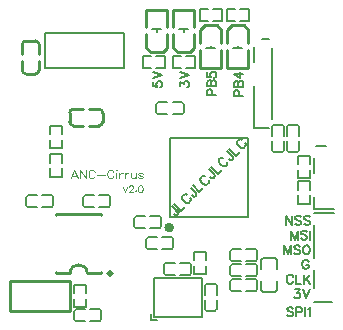
<source format=gto>
G04 Layer: TopSilkscreenLayer*
G04 EasyEDA v6.5.40, 2024-02-04 21:12:00*
G04 47bb9c72da8d420c99b3d15ae168fc4e,2e16165ee3bb4678bfb3015e44e098b9,10*
G04 Gerber Generator version 0.2*
G04 Scale: 100 percent, Rotated: No, Reflected: No *
G04 Dimensions in millimeters *
G04 leading zeros omitted , absolute positions ,4 integer and 5 decimal *
%FSLAX45Y45*%
%MOMM*%

%ADD10C,0.1500*%
%ADD11C,0.1200*%
%ADD12C,0.1000*%
%ADD13C,0.1600*%
%ADD14C,0.1750*%
%ADD15C,0.1524*%
%ADD16C,0.2540*%
%ADD17C,0.1520*%
%ADD18C,0.2030*%
%ADD19C,0.2000*%
%ADD20C,0.4000*%
%ADD21C,0.3000*%
%ADD22C,0.0154*%

%LPD*%
D10*
X2197100Y-2698750D02*
G01*
X2189988Y-2691384D01*
X2179065Y-2687828D01*
X2164588Y-2687828D01*
X2153665Y-2691384D01*
X2146300Y-2698750D01*
X2146300Y-2706115D01*
X2149856Y-2713228D01*
X2153665Y-2717037D01*
X2160777Y-2720594D01*
X2182622Y-2727960D01*
X2189988Y-2731515D01*
X2193543Y-2735071D01*
X2197100Y-2742437D01*
X2197100Y-2753360D01*
X2189988Y-2760471D01*
X2179065Y-2764281D01*
X2164588Y-2764281D01*
X2153665Y-2760471D01*
X2146300Y-2753360D01*
X2221229Y-2687828D02*
G01*
X2221229Y-2764281D01*
X2221229Y-2687828D02*
G01*
X2253995Y-2687828D01*
X2264918Y-2691384D01*
X2268474Y-2695194D01*
X2272029Y-2702305D01*
X2272029Y-2713228D01*
X2268474Y-2720594D01*
X2264918Y-2724150D01*
X2253995Y-2727960D01*
X2221229Y-2727960D01*
X2296159Y-2687828D02*
G01*
X2296159Y-2764281D01*
X2320036Y-2702305D02*
G01*
X2327402Y-2698750D01*
X2338324Y-2687828D01*
X2338324Y-2764281D01*
X2137669Y-1913128D02*
G01*
X2137669Y-1989581D01*
X2137669Y-1913128D02*
G01*
X2188469Y-1989581D01*
X2188469Y-1913128D02*
G01*
X2188469Y-1989581D01*
X2263399Y-1924050D02*
G01*
X2256287Y-1916684D01*
X2245365Y-1913128D01*
X2230633Y-1913128D01*
X2219965Y-1916684D01*
X2212599Y-1924050D01*
X2212599Y-1931415D01*
X2216155Y-1938528D01*
X2219965Y-1942337D01*
X2227077Y-1945894D01*
X2248921Y-1953260D01*
X2256287Y-1956815D01*
X2259843Y-1960371D01*
X2263399Y-1967737D01*
X2263399Y-1978660D01*
X2256287Y-1985771D01*
X2245365Y-1989581D01*
X2230633Y-1989581D01*
X2219965Y-1985771D01*
X2212599Y-1978660D01*
X2338329Y-1924050D02*
G01*
X2331217Y-1916684D01*
X2320295Y-1913128D01*
X2305563Y-1913128D01*
X2294641Y-1916684D01*
X2287529Y-1924050D01*
X2287529Y-1931415D01*
X2291085Y-1938528D01*
X2294641Y-1942337D01*
X2302007Y-1945894D01*
X2323851Y-1953260D01*
X2331217Y-1956815D01*
X2334773Y-1960371D01*
X2338329Y-1967737D01*
X2338329Y-1978660D01*
X2331217Y-1985771D01*
X2320295Y-1989581D01*
X2305563Y-1989581D01*
X2294641Y-1985771D01*
X2287529Y-1978660D01*
X2181349Y-2037587D02*
G01*
X2181349Y-2114042D01*
X2181349Y-2037587D02*
G01*
X2210559Y-2114042D01*
X2239515Y-2037587D02*
G01*
X2210559Y-2114042D01*
X2239515Y-2037587D02*
G01*
X2239515Y-2114042D01*
X2314445Y-2048510D02*
G01*
X2307079Y-2041144D01*
X2296157Y-2037587D01*
X2281679Y-2037587D01*
X2270757Y-2041144D01*
X2263645Y-2048510D01*
X2263645Y-2055876D01*
X2267201Y-2062987D01*
X2270757Y-2066797D01*
X2278123Y-2070354D01*
X2299967Y-2077720D01*
X2307079Y-2081276D01*
X2310889Y-2084831D01*
X2314445Y-2092197D01*
X2314445Y-2103120D01*
X2307079Y-2110231D01*
X2296157Y-2114042D01*
X2281679Y-2114042D01*
X2270757Y-2110231D01*
X2263645Y-2103120D01*
X2338321Y-2037587D02*
G01*
X2338321Y-2114042D01*
X2122934Y-2162047D02*
G01*
X2122934Y-2238502D01*
X2122934Y-2162047D02*
G01*
X2152144Y-2238502D01*
X2181100Y-2162047D02*
G01*
X2152144Y-2238502D01*
X2181100Y-2162047D02*
G01*
X2181100Y-2238502D01*
X2256030Y-2172970D02*
G01*
X2248664Y-2165604D01*
X2237742Y-2162047D01*
X2223264Y-2162047D01*
X2212342Y-2165604D01*
X2205230Y-2172970D01*
X2205230Y-2180336D01*
X2208786Y-2187447D01*
X2212342Y-2191257D01*
X2219708Y-2194813D01*
X2241552Y-2202179D01*
X2248664Y-2205736D01*
X2252474Y-2209292D01*
X2256030Y-2216657D01*
X2256030Y-2227579D01*
X2248664Y-2234692D01*
X2237742Y-2238502D01*
X2223264Y-2238502D01*
X2212342Y-2234692D01*
X2205230Y-2227579D01*
X2301750Y-2162047D02*
G01*
X2294638Y-2165604D01*
X2287272Y-2172970D01*
X2283716Y-2180336D01*
X2279906Y-2191257D01*
X2279906Y-2209292D01*
X2283716Y-2220213D01*
X2287272Y-2227579D01*
X2294638Y-2234692D01*
X2301750Y-2238502D01*
X2316482Y-2238502D01*
X2323594Y-2234692D01*
X2330960Y-2227579D01*
X2334516Y-2220213D01*
X2338326Y-2209292D01*
X2338326Y-2191257D01*
X2334516Y-2180336D01*
X2330960Y-2172970D01*
X2323594Y-2165604D01*
X2316482Y-2162047D01*
X2301750Y-2162047D01*
X2327909Y-2304795D02*
G01*
X2324100Y-2297429D01*
X2316988Y-2290063D01*
X2309622Y-2286507D01*
X2295143Y-2286507D01*
X2287777Y-2290063D01*
X2280665Y-2297429D01*
X2276856Y-2304795D01*
X2273300Y-2315718D01*
X2273300Y-2333752D01*
X2276856Y-2344673D01*
X2280665Y-2352039D01*
X2287777Y-2359152D01*
X2295143Y-2362962D01*
X2309622Y-2362962D01*
X2316988Y-2359152D01*
X2324100Y-2352039D01*
X2327909Y-2344673D01*
X2327909Y-2333752D01*
X2309622Y-2333752D02*
G01*
X2327909Y-2333752D01*
X2195837Y-2429255D02*
G01*
X2192027Y-2421889D01*
X2184915Y-2414523D01*
X2177549Y-2410968D01*
X2163071Y-2410968D01*
X2155705Y-2414523D01*
X2148593Y-2421889D01*
X2144783Y-2429255D01*
X2141227Y-2440178D01*
X2141227Y-2458212D01*
X2144783Y-2469134D01*
X2148593Y-2476500D01*
X2155705Y-2483612D01*
X2163071Y-2487421D01*
X2177549Y-2487421D01*
X2184915Y-2483612D01*
X2192027Y-2476500D01*
X2195837Y-2469134D01*
X2219713Y-2410968D02*
G01*
X2219713Y-2487421D01*
X2219713Y-2487421D02*
G01*
X2263401Y-2487421D01*
X2287277Y-2410968D02*
G01*
X2287277Y-2487421D01*
X2338331Y-2410968D02*
G01*
X2287277Y-2462021D01*
X2305565Y-2443734D02*
G01*
X2338331Y-2487421D01*
X2212588Y-2535428D02*
G01*
X2252466Y-2535428D01*
X2230622Y-2564637D01*
X2241544Y-2564637D01*
X2248910Y-2568194D01*
X2252466Y-2571750D01*
X2256022Y-2582671D01*
X2256022Y-2590037D01*
X2252466Y-2600960D01*
X2245100Y-2608071D01*
X2234432Y-2611881D01*
X2223510Y-2611881D01*
X2212588Y-2608071D01*
X2208778Y-2604515D01*
X2205222Y-2597404D01*
X2280152Y-2535428D02*
G01*
X2309108Y-2611881D01*
X2338318Y-2535428D02*
G01*
X2309108Y-2611881D01*
X1697225Y-896868D02*
G01*
X1773679Y-896868D01*
X1697225Y-896868D02*
G01*
X1697225Y-864102D01*
X1700781Y-853180D01*
X1704591Y-849624D01*
X1711703Y-846068D01*
X1722625Y-846068D01*
X1729991Y-849624D01*
X1733547Y-853180D01*
X1737357Y-864102D01*
X1737357Y-896868D01*
X1697225Y-821938D02*
G01*
X1773679Y-821938D01*
X1697225Y-821938D02*
G01*
X1697225Y-789172D01*
X1700781Y-778250D01*
X1704591Y-774694D01*
X1711703Y-771138D01*
X1719069Y-771138D01*
X1726435Y-774694D01*
X1729991Y-778250D01*
X1733547Y-789172D01*
X1733547Y-821938D02*
G01*
X1733547Y-789172D01*
X1737357Y-778250D01*
X1740913Y-774694D01*
X1748279Y-771138D01*
X1759201Y-771138D01*
X1766313Y-774694D01*
X1769869Y-778250D01*
X1773679Y-789172D01*
X1773679Y-821938D01*
X1697225Y-710686D02*
G01*
X1748279Y-747008D01*
X1748279Y-692398D01*
X1697225Y-710686D02*
G01*
X1773679Y-710686D01*
X1468625Y-893053D02*
G01*
X1545079Y-893053D01*
X1468625Y-893053D02*
G01*
X1468625Y-860287D01*
X1472181Y-849365D01*
X1475991Y-845809D01*
X1483103Y-842253D01*
X1494025Y-842253D01*
X1501391Y-845809D01*
X1504947Y-849365D01*
X1508757Y-860287D01*
X1508757Y-893053D01*
X1468625Y-818123D02*
G01*
X1545079Y-818123D01*
X1468625Y-818123D02*
G01*
X1468625Y-785357D01*
X1472181Y-774435D01*
X1475991Y-770879D01*
X1483103Y-767323D01*
X1490469Y-767323D01*
X1497835Y-770879D01*
X1501391Y-774435D01*
X1504947Y-785357D01*
X1504947Y-818123D02*
G01*
X1504947Y-785357D01*
X1508757Y-774435D01*
X1512313Y-770879D01*
X1519679Y-767323D01*
X1530601Y-767323D01*
X1537713Y-770879D01*
X1541269Y-774435D01*
X1545079Y-785357D01*
X1545079Y-818123D01*
X1468625Y-699505D02*
G01*
X1468625Y-736081D01*
X1501391Y-739637D01*
X1497835Y-736081D01*
X1494025Y-725159D01*
X1494025Y-714237D01*
X1497835Y-703315D01*
X1504947Y-695949D01*
X1515869Y-692393D01*
X1523235Y-692393D01*
X1534157Y-695949D01*
X1541269Y-703315D01*
X1545079Y-714237D01*
X1545079Y-725159D01*
X1541269Y-736081D01*
X1537713Y-739637D01*
X1530601Y-743193D01*
X1240025Y-818126D02*
G01*
X1240025Y-778248D01*
X1269235Y-800092D01*
X1269235Y-789170D01*
X1272791Y-781804D01*
X1276347Y-778248D01*
X1287269Y-774692D01*
X1294635Y-774692D01*
X1305557Y-778248D01*
X1312669Y-785614D01*
X1316479Y-796282D01*
X1316479Y-807204D01*
X1312669Y-818126D01*
X1309113Y-821936D01*
X1302001Y-825492D01*
X1240025Y-750562D02*
G01*
X1316479Y-721606D01*
X1240025Y-692396D02*
G01*
X1316479Y-721606D01*
X1011425Y-781804D02*
G01*
X1011425Y-818126D01*
X1044191Y-821936D01*
X1040635Y-818126D01*
X1036825Y-807204D01*
X1036825Y-796282D01*
X1040635Y-785614D01*
X1047747Y-778248D01*
X1058669Y-774692D01*
X1066035Y-774692D01*
X1076957Y-778248D01*
X1084069Y-785614D01*
X1087879Y-796282D01*
X1087879Y-807204D01*
X1084069Y-818126D01*
X1080513Y-821936D01*
X1073401Y-825492D01*
X1011425Y-750562D02*
G01*
X1087879Y-721606D01*
X1011425Y-692396D02*
G01*
X1087879Y-721606D01*
D11*
X344678Y-1524513D02*
G01*
X317500Y-1596141D01*
X344678Y-1524513D02*
G01*
X372110Y-1596141D01*
X327660Y-1572265D02*
G01*
X361695Y-1572265D01*
X394462Y-1524513D02*
G01*
X394462Y-1596141D01*
X394462Y-1524513D02*
G01*
X442213Y-1596141D01*
X442213Y-1524513D02*
G01*
X442213Y-1596141D01*
X515873Y-1541531D02*
G01*
X512571Y-1534673D01*
X505713Y-1527815D01*
X498855Y-1524513D01*
X485139Y-1524513D01*
X478281Y-1527815D01*
X471678Y-1534673D01*
X468121Y-1541531D01*
X464820Y-1551691D01*
X464820Y-1568709D01*
X468121Y-1579123D01*
X471678Y-1585981D01*
X478281Y-1592585D01*
X485139Y-1596141D01*
X498855Y-1596141D01*
X505713Y-1592585D01*
X512571Y-1585981D01*
X515873Y-1579123D01*
X538479Y-1565407D02*
G01*
X599694Y-1565407D01*
X673354Y-1541531D02*
G01*
X670052Y-1534673D01*
X663194Y-1527815D01*
X656336Y-1524513D01*
X642620Y-1524513D01*
X636015Y-1527815D01*
X629157Y-1534673D01*
X625602Y-1541531D01*
X622300Y-1551691D01*
X622300Y-1568709D01*
X625602Y-1579123D01*
X629157Y-1585981D01*
X636015Y-1592585D01*
X642620Y-1596141D01*
X656336Y-1596141D01*
X663194Y-1592585D01*
X670052Y-1585981D01*
X673354Y-1579123D01*
X695960Y-1524513D02*
G01*
X699262Y-1527815D01*
X702818Y-1524513D01*
X699262Y-1521211D01*
X695960Y-1524513D01*
X699262Y-1548389D02*
G01*
X699262Y-1596141D01*
X725170Y-1548389D02*
G01*
X725170Y-1596141D01*
X725170Y-1568709D02*
G01*
X728726Y-1558549D01*
X735329Y-1551691D01*
X742187Y-1548389D01*
X752602Y-1548389D01*
X774954Y-1548389D02*
G01*
X774954Y-1596141D01*
X774954Y-1568709D02*
G01*
X778510Y-1558549D01*
X785113Y-1551691D01*
X791971Y-1548389D01*
X802386Y-1548389D01*
X824737Y-1548389D02*
G01*
X824737Y-1582425D01*
X828294Y-1592585D01*
X834897Y-1596141D01*
X845312Y-1596141D01*
X852170Y-1592585D01*
X862329Y-1582425D01*
X862329Y-1548389D02*
G01*
X862329Y-1596141D01*
X922273Y-1558549D02*
G01*
X918971Y-1551691D01*
X908557Y-1548389D01*
X898397Y-1548389D01*
X888237Y-1551691D01*
X884681Y-1558549D01*
X888237Y-1565407D01*
X895095Y-1568709D01*
X912113Y-1572265D01*
X918971Y-1575567D01*
X922273Y-1582425D01*
X922273Y-1585981D01*
X918971Y-1592585D01*
X908557Y-1596141D01*
X898397Y-1596141D01*
X888237Y-1592585D01*
X884681Y-1585981D01*
D12*
X753620Y-1673097D02*
G01*
X769876Y-1711197D01*
X786386Y-1673097D02*
G01*
X769876Y-1711197D01*
X806960Y-1667510D02*
G01*
X806960Y-1664970D01*
X809754Y-1659381D01*
X812548Y-1656587D01*
X817882Y-1654047D01*
X828804Y-1654047D01*
X834392Y-1656587D01*
X837186Y-1659381D01*
X839726Y-1664970D01*
X839726Y-1670304D01*
X837186Y-1675892D01*
X831598Y-1684020D01*
X804420Y-1711197D01*
X842520Y-1711197D01*
X863348Y-1697481D02*
G01*
X860554Y-1700276D01*
X863348Y-1703070D01*
X865888Y-1700276D01*
X863348Y-1697481D01*
X900432Y-1654047D02*
G01*
X892050Y-1656587D01*
X886716Y-1664970D01*
X883922Y-1678431D01*
X883922Y-1686560D01*
X886716Y-1700276D01*
X892050Y-1708404D01*
X900432Y-1711197D01*
X905766Y-1711197D01*
X913894Y-1708404D01*
X919482Y-1700276D01*
X922276Y-1686560D01*
X922276Y-1678431D01*
X919482Y-1664970D01*
X913894Y-1656587D01*
X905766Y-1654047D01*
X900432Y-1654047D01*
D13*
X1173121Y-1829628D02*
G01*
X1216944Y-1873450D01*
X1222334Y-1884227D01*
X1222334Y-1889975D01*
X1219639Y-1898055D01*
X1214252Y-1903445D01*
X1205989Y-1906318D01*
X1200421Y-1906137D01*
X1189644Y-1900750D01*
X1184076Y-1895182D01*
X1191082Y-1811667D02*
G01*
X1248554Y-1869140D01*
X1248554Y-1869140D02*
G01*
X1281422Y-1836272D01*
X1296509Y-1733539D02*
G01*
X1288427Y-1730844D01*
X1277653Y-1730844D01*
X1269210Y-1733539D01*
X1258255Y-1744494D01*
X1255740Y-1752757D01*
X1255740Y-1763532D01*
X1258255Y-1771794D01*
X1263822Y-1782749D01*
X1277472Y-1796399D01*
X1288427Y-1801967D01*
X1296690Y-1804482D01*
X1307645Y-1804662D01*
X1315727Y-1801967D01*
X1326685Y-1791012D01*
X1329557Y-1782749D01*
X1329377Y-1771794D01*
X1326685Y-1763712D01*
X1328300Y-1674449D02*
G01*
X1372123Y-1718271D01*
X1377513Y-1729049D01*
X1377513Y-1734794D01*
X1374818Y-1742876D01*
X1369430Y-1748266D01*
X1361168Y-1751139D01*
X1355600Y-1750959D01*
X1344823Y-1745571D01*
X1339255Y-1740004D01*
X1346260Y-1656488D02*
G01*
X1403733Y-1713961D01*
X1403733Y-1713961D02*
G01*
X1436603Y-1681093D01*
X1451688Y-1578358D02*
G01*
X1443606Y-1575666D01*
X1432831Y-1575666D01*
X1424388Y-1578358D01*
X1413433Y-1589316D01*
X1410919Y-1597578D01*
X1410919Y-1608353D01*
X1413433Y-1616616D01*
X1419001Y-1627571D01*
X1432651Y-1641220D01*
X1443606Y-1646788D01*
X1451869Y-1649303D01*
X1462824Y-1649483D01*
X1470906Y-1646788D01*
X1481863Y-1635833D01*
X1484736Y-1627571D01*
X1484556Y-1616616D01*
X1481863Y-1608533D01*
X1483479Y-1519270D02*
G01*
X1527302Y-1563093D01*
X1532691Y-1573870D01*
X1532691Y-1579615D01*
X1529996Y-1587698D01*
X1524609Y-1593087D01*
X1516346Y-1595960D01*
X1510779Y-1595780D01*
X1500002Y-1590393D01*
X1494434Y-1584825D01*
X1501439Y-1501310D02*
G01*
X1558912Y-1558782D01*
X1558912Y-1558782D02*
G01*
X1591782Y-1525915D01*
X1606867Y-1423179D02*
G01*
X1598785Y-1420487D01*
X1588010Y-1420487D01*
X1579567Y-1423179D01*
X1568612Y-1434137D01*
X1566097Y-1442399D01*
X1566097Y-1453174D01*
X1568612Y-1461437D01*
X1574180Y-1472392D01*
X1587830Y-1486042D01*
X1598785Y-1491609D01*
X1607047Y-1494124D01*
X1618002Y-1494304D01*
X1626085Y-1491609D01*
X1637042Y-1480654D01*
X1639915Y-1472392D01*
X1639735Y-1461437D01*
X1637042Y-1453354D01*
X1638658Y-1364091D02*
G01*
X1682480Y-1407914D01*
X1687870Y-1418691D01*
X1687870Y-1424437D01*
X1685175Y-1432519D01*
X1679788Y-1437909D01*
X1671525Y-1440781D01*
X1665958Y-1440601D01*
X1655180Y-1435214D01*
X1649613Y-1429646D01*
X1656618Y-1346131D02*
G01*
X1714093Y-1403604D01*
X1714093Y-1403604D02*
G01*
X1746961Y-1370736D01*
X1762046Y-1268001D02*
G01*
X1753963Y-1265308D01*
X1743189Y-1265308D01*
X1734746Y-1268001D01*
X1723791Y-1278958D01*
X1721276Y-1287218D01*
X1721276Y-1297995D01*
X1723791Y-1306258D01*
X1729359Y-1317213D01*
X1743008Y-1330863D01*
X1753963Y-1336431D01*
X1762226Y-1338945D01*
X1773181Y-1339126D01*
X1781263Y-1336431D01*
X1792221Y-1325476D01*
X1795094Y-1317213D01*
X1794913Y-1306258D01*
X1792221Y-1298176D01*
D14*
X2539994Y-1892297D02*
G01*
X2374894Y-1892297D01*
X2374894Y-1854197D02*
G01*
X2539994Y-1854197D01*
X1930394Y-419100D02*
G01*
X1993894Y-419100D01*
X1866897Y-609600D02*
G01*
X1866897Y-482600D01*
X1866897Y-1168397D02*
G01*
X1866897Y-812797D01*
X1993894Y-1168397D02*
G01*
X1866897Y-1168397D01*
X2019294Y-495300D02*
G01*
X2019294Y-1092197D01*
X2476494Y-1320797D02*
G01*
X2387594Y-1320797D01*
X2374894Y-1549397D02*
G01*
X2374894Y-1422397D01*
X2374894Y-1854197D02*
G01*
X2374894Y-1752597D01*
X2374894Y-2641594D02*
G01*
X2527294Y-2641594D01*
X2374894Y-2374894D02*
G01*
X2374894Y-2527294D01*
X2374894Y-1993894D02*
G01*
X2374894Y-2273294D01*
D15*
X635025Y-1840555D02*
G01*
X556016Y-1840555D01*
X510773Y-1740834D02*
G01*
X431764Y-1740834D01*
X431764Y-1840555D02*
G01*
X510773Y-1840555D01*
X416524Y-1756074D02*
G01*
X416524Y-1825315D01*
X556016Y-1740834D02*
G01*
X635025Y-1740834D01*
X650265Y-1756074D02*
G01*
X650265Y-1825315D01*
X-50830Y-1740837D02*
G01*
X28178Y-1740837D01*
X73421Y-1840557D02*
G01*
X152430Y-1840557D01*
X152430Y-1740837D02*
G01*
X73421Y-1740837D01*
X167670Y-1825317D02*
G01*
X167670Y-1756077D01*
X28178Y-1840557D02*
G01*
X-50830Y-1840557D01*
X-66070Y-1825317D02*
G01*
X-66070Y-1756077D01*
X558830Y-2805755D02*
G01*
X479821Y-2805755D01*
X434578Y-2706034D02*
G01*
X355569Y-2706034D01*
X355569Y-2805755D02*
G01*
X434578Y-2805755D01*
X340329Y-2721274D02*
G01*
X340329Y-2790515D01*
X479821Y-2706034D02*
G01*
X558830Y-2706034D01*
X574070Y-2721274D02*
G01*
X574070Y-2790515D01*
X1257327Y-1053157D02*
G01*
X1178318Y-1053157D01*
X1133076Y-953437D02*
G01*
X1054066Y-953437D01*
X1054066Y-1053157D02*
G01*
X1133076Y-1053157D01*
X1038826Y-968677D02*
G01*
X1038826Y-1037917D01*
X1178318Y-953437D02*
G01*
X1257327Y-953437D01*
X1272567Y-968677D02*
G01*
X1272567Y-1037917D01*
X2020237Y-1358927D02*
G01*
X2020237Y-1279918D01*
X2119957Y-1234676D02*
G01*
X2119957Y-1155666D01*
X2020237Y-1155666D02*
G01*
X2020237Y-1234676D01*
X2104717Y-1140426D02*
G01*
X2035477Y-1140426D01*
X2119957Y-1279918D02*
G01*
X2119957Y-1358927D01*
X2104717Y-1374167D02*
G01*
X2035477Y-1374167D01*
X1066825Y-2018352D02*
G01*
X987816Y-2018352D01*
X942573Y-1918632D02*
G01*
X863564Y-1918632D01*
X863564Y-2018352D02*
G01*
X942573Y-2018352D01*
X848324Y-1933872D02*
G01*
X848324Y-2003112D01*
X987816Y-1918632D02*
G01*
X1066825Y-1918632D01*
X1082065Y-1933872D02*
G01*
X1082065Y-2003112D01*
X965164Y-2096432D02*
G01*
X1044173Y-2096432D01*
X1089416Y-2196152D02*
G01*
X1168425Y-2196152D01*
X1168425Y-2096432D02*
G01*
X1089416Y-2096432D01*
X1183665Y-2180912D02*
G01*
X1183665Y-2111672D01*
X1044173Y-2196152D02*
G01*
X965164Y-2196152D01*
X949924Y-2180912D02*
G01*
X949924Y-2111672D01*
X1879622Y-2325032D02*
G01*
X1800613Y-2325032D01*
X1800613Y-2424752D02*
G01*
X1879622Y-2424752D01*
X1894862Y-2409512D02*
G01*
X1894862Y-2340272D01*
X1676361Y-2325032D02*
G01*
X1755371Y-2325032D01*
X1755371Y-2424752D02*
G01*
X1676361Y-2424752D01*
X1661121Y-2409512D02*
G01*
X1661121Y-2340272D01*
X1879622Y-2452032D02*
G01*
X1800613Y-2452032D01*
X1800613Y-2551752D02*
G01*
X1879622Y-2551752D01*
X1894862Y-2536512D02*
G01*
X1894862Y-2467272D01*
X1676361Y-2452032D02*
G01*
X1755371Y-2452032D01*
X1755371Y-2551752D02*
G01*
X1676361Y-2551752D01*
X1661121Y-2536512D02*
G01*
X1661121Y-2467272D01*
X1117566Y-2412055D02*
G01*
X1196576Y-2412055D01*
X1196576Y-2312334D02*
G01*
X1117566Y-2312334D01*
X1102326Y-2327574D02*
G01*
X1102326Y-2396815D01*
X1320827Y-2412055D02*
G01*
X1241818Y-2412055D01*
X1241818Y-2312334D02*
G01*
X1320827Y-2312334D01*
X1336067Y-2327574D02*
G01*
X1336067Y-2396815D01*
X1548457Y-2705125D02*
G01*
X1548457Y-2626116D01*
X1448737Y-2626116D02*
G01*
X1448737Y-2705125D01*
X1463977Y-2720365D02*
G01*
X1533217Y-2720365D01*
X1548457Y-2501864D02*
G01*
X1548457Y-2580873D01*
X1448737Y-2580873D02*
G01*
X1448737Y-2501864D01*
X1463977Y-2486624D02*
G01*
X1533217Y-2486624D01*
X1879622Y-2198032D02*
G01*
X1800613Y-2198032D01*
X1800613Y-2297752D02*
G01*
X1879622Y-2297752D01*
X1894862Y-2282512D02*
G01*
X1894862Y-2213272D01*
X1676361Y-2198032D02*
G01*
X1755371Y-2198032D01*
X1755371Y-2297752D02*
G01*
X1676361Y-2297752D01*
X1661121Y-2282512D02*
G01*
X1661121Y-2213272D01*
X2147237Y-1155666D02*
G01*
X2147237Y-1234676D01*
X2246957Y-1234676D02*
G01*
X2246957Y-1155666D01*
X2231717Y-1140426D02*
G01*
X2162477Y-1140426D01*
X2147237Y-1358927D02*
G01*
X2147237Y-1279918D01*
X2246957Y-1279918D02*
G01*
X2246957Y-1358927D01*
X2231717Y-1374167D02*
G01*
X2162477Y-1374167D01*
D16*
X-65379Y-432495D02*
G01*
X14622Y-432495D01*
X-96365Y-543471D02*
G01*
X-96365Y-463473D01*
X45600Y-543471D02*
G01*
X45600Y-463473D01*
X-96946Y-601060D02*
G01*
X-96946Y-681060D01*
X-65963Y-712043D02*
G01*
X14033Y-712043D01*
X45013Y-601060D02*
G01*
X45013Y-681060D01*
X583496Y-1039517D02*
G01*
X583496Y-1119520D01*
X472521Y-1008532D02*
G01*
X552518Y-1008532D01*
X472521Y-1150498D02*
G01*
X552518Y-1150498D01*
X414931Y-1007950D02*
G01*
X334932Y-1007950D01*
X303949Y-1038933D02*
G01*
X303949Y-1118930D01*
X414931Y-1149911D02*
G01*
X334932Y-1149911D01*
X304800Y-2717794D02*
G01*
X-203200Y-2717794D01*
X-203200Y-2463794D01*
X304800Y-2463794D01*
X304800Y-2717794D01*
D17*
X1928756Y-2285824D02*
G01*
X1928756Y-2362024D01*
X1928756Y-2538826D02*
G01*
X1928756Y-2462626D01*
X2060877Y-2538826D02*
G01*
X2060877Y-2462626D01*
D15*
X2060877Y-2538826D02*
G01*
X2045634Y-2554056D01*
X1943991Y-2554056D01*
X1928756Y-2538826D01*
D17*
X2060877Y-2285824D02*
G01*
X2060877Y-2362024D01*
D15*
X1928756Y-2285824D02*
G01*
X1943991Y-2270582D01*
X2045634Y-2270582D01*
X2060877Y-2285824D01*
D16*
X1640837Y-659129D02*
G01*
X1813557Y-659129D01*
X1813557Y-659129D02*
G01*
X1813557Y-511810D01*
X1640837Y-659129D02*
G01*
X1640837Y-511810D01*
X1813557Y-453389D02*
G01*
X1813557Y-336550D01*
X1640837Y-450850D02*
G01*
X1640837Y-336550D01*
X1640837Y-336550D02*
G01*
X1676397Y-300989D01*
X1777997Y-300989D01*
X1813557Y-336550D01*
D18*
X1686557Y-490220D02*
G01*
X1765297Y-490220D01*
X1726402Y-490220D02*
G01*
X1726402Y-472683D01*
D16*
X1412237Y-659129D02*
G01*
X1584957Y-659129D01*
X1584957Y-659129D02*
G01*
X1584957Y-511810D01*
X1412237Y-659129D02*
G01*
X1412237Y-511810D01*
X1584957Y-453389D02*
G01*
X1584957Y-336550D01*
X1412237Y-450850D02*
G01*
X1412237Y-336550D01*
X1412237Y-336550D02*
G01*
X1447797Y-300989D01*
X1549397Y-300989D01*
X1584957Y-336550D01*
D18*
X1457957Y-490220D02*
G01*
X1536697Y-490220D01*
X1497802Y-490220D02*
G01*
X1497802Y-472683D01*
D16*
X530997Y-2396291D02*
G01*
X453654Y-2396291D01*
X230997Y-2396291D02*
G01*
X308368Y-2396291D01*
X230997Y-2396291D02*
G01*
X190497Y-2396291D01*
X190497Y-2387150D01*
X530997Y-1896292D02*
G01*
X571497Y-1896292D01*
X571497Y-1905434D01*
X530997Y-2396291D02*
G01*
X571497Y-2396291D01*
X571497Y-2387150D01*
X230997Y-1896292D02*
G01*
X190497Y-1896292D01*
X190497Y-1905434D01*
X230997Y-1896292D02*
G01*
X530997Y-1896292D01*
X1127754Y-166367D02*
G01*
X955034Y-166367D01*
X955034Y-166367D02*
G01*
X955034Y-313687D01*
X1127754Y-166367D02*
G01*
X1127754Y-313687D01*
X955034Y-372107D02*
G01*
X955034Y-488947D01*
X1127754Y-374647D02*
G01*
X1127754Y-488947D01*
X1127754Y-488947D02*
G01*
X1092194Y-524507D01*
X990594Y-524507D01*
X955034Y-488947D01*
D18*
X1082034Y-335277D02*
G01*
X1003294Y-335277D01*
X1042189Y-335277D02*
G01*
X1042189Y-352813D01*
D16*
X1356354Y-166367D02*
G01*
X1183634Y-166367D01*
X1183634Y-166367D02*
G01*
X1183634Y-313687D01*
X1356354Y-166367D02*
G01*
X1356354Y-313687D01*
X1183634Y-372107D02*
G01*
X1183634Y-488947D01*
X1356354Y-374647D02*
G01*
X1356354Y-488947D01*
X1356354Y-488947D02*
G01*
X1320794Y-524507D01*
X1219194Y-524507D01*
X1183634Y-488947D01*
D18*
X1310634Y-335277D02*
G01*
X1231894Y-335277D01*
X1270789Y-335277D02*
G01*
X1270789Y-352813D01*
D15*
X993376Y-659460D02*
G01*
X921572Y-659460D01*
X921572Y-559739D01*
X993376Y-559739D01*
X1038618Y-659460D02*
G01*
X1110421Y-659460D01*
X1110421Y-559739D01*
X1038618Y-559739D01*
X1292618Y-559739D02*
G01*
X1364421Y-559739D01*
X1364421Y-659460D01*
X1292618Y-659460D01*
X1247376Y-559739D02*
G01*
X1175572Y-559739D01*
X1175572Y-659460D01*
X1247376Y-659460D01*
X1749818Y-166039D02*
G01*
X1821621Y-166039D01*
X1821621Y-265760D01*
X1749818Y-265760D01*
X1704576Y-166039D02*
G01*
X1632772Y-166039D01*
X1632772Y-265760D01*
X1704576Y-265760D01*
X1475976Y-265760D02*
G01*
X1404172Y-265760D01*
X1404172Y-166039D01*
X1475976Y-166039D01*
X1521218Y-265760D02*
G01*
X1593021Y-265760D01*
X1593021Y-166039D01*
X1521218Y-166039D01*
X443560Y-2613416D02*
G01*
X443560Y-2685219D01*
X343839Y-2685219D01*
X343839Y-2613416D01*
X443560Y-2568173D02*
G01*
X443560Y-2496370D01*
X343839Y-2496370D01*
X343839Y-2568173D01*
X240357Y-1508516D02*
G01*
X240357Y-1580319D01*
X140637Y-1580319D01*
X140637Y-1508516D01*
X240357Y-1463273D02*
G01*
X240357Y-1391470D01*
X140637Y-1391470D01*
X140637Y-1463273D01*
X140637Y-1221973D02*
G01*
X140637Y-1150170D01*
X240357Y-1150170D01*
X240357Y-1221973D01*
X140637Y-1267216D02*
G01*
X140637Y-1339019D01*
X240357Y-1339019D01*
X240357Y-1267216D01*
X2236134Y-1475976D02*
G01*
X2236134Y-1404172D01*
X2335855Y-1404172D01*
X2335855Y-1475976D01*
X2236134Y-1521218D02*
G01*
X2236134Y-1593021D01*
X2335855Y-1593021D01*
X2335855Y-1521218D01*
X2335855Y-1737118D02*
G01*
X2335855Y-1808921D01*
X2236134Y-1808921D01*
X2236134Y-1737118D01*
X2335855Y-1691876D02*
G01*
X2335855Y-1620072D01*
X2236134Y-1620072D01*
X2236134Y-1691876D01*
X99176Y-363555D02*
G01*
X764418Y-363555D01*
X764418Y-657834D01*
X99176Y-657834D01*
X99176Y-363555D01*
X1359837Y-2288773D02*
G01*
X1359837Y-2216970D01*
X1459557Y-2216970D01*
X1459557Y-2288773D01*
X1359837Y-2334016D02*
G01*
X1359837Y-2405819D01*
X1459557Y-2405819D01*
X1459557Y-2334016D01*
D19*
X1196337Y-1253487D02*
G01*
X1816097Y-1253487D01*
X1816097Y-1918967D01*
X1153157Y-1918967D01*
X1153157Y-1253487D01*
X1229357Y-1253487D01*
D17*
X990597Y-2743182D02*
G01*
X990597Y-2793982D01*
X1041397Y-2793982D01*
D15*
X1016251Y-2771363D02*
G01*
X1016251Y-2438369D01*
X1422397Y-2438382D01*
X1422397Y-2603482D01*
X1422397Y-2768582D01*
X1422397Y-2768582D01*
X1016251Y-2771363D01*
G75*
G01*
X431764Y-1740835D02*
G03*
X416524Y-1756075I0J-15240D01*
G75*
G01*
X416524Y-1825315D02*
G03*
X431764Y-1840555I15240J0D01*
G75*
G01*
X635025Y-1740835D02*
G02*
X650265Y-1756075I0J-15240D01*
G75*
G01*
X650265Y-1825315D02*
G02*
X635025Y-1840555I-15240J0D01*
G75*
G01*
X152430Y-1840558D02*
G03*
X167670Y-1825318I0J15240D01*
G75*
G01*
X167670Y-1756077D02*
G03*
X152430Y-1740837I-15240J0D01*
G75*
G01*
X-50830Y-1840558D02*
G02*
X-66070Y-1825318I0J15240D01*
G75*
G01*
X-66070Y-1756077D02*
G02*
X-50830Y-1740837I15240J0D01*
G75*
G01*
X355570Y-2706035D02*
G03*
X340330Y-2721275I0J-15240D01*
G75*
G01*
X340330Y-2790515D02*
G03*
X355570Y-2805755I15240J0D01*
G75*
G01*
X558830Y-2706035D02*
G02*
X574070Y-2721275I0J-15240D01*
G75*
G01*
X574070Y-2790515D02*
G02*
X558830Y-2805755I-15240J0D01*
G75*
G01*
X1054067Y-953437D02*
G03*
X1038827Y-968677I0J-15240D01*
G75*
G01*
X1038827Y-1037918D02*
G03*
X1054067Y-1053158I15240J0D01*
G75*
G01*
X1257328Y-953437D02*
G02*
X1272568Y-968677I0J-15240D01*
G75*
G01*
X1272568Y-1037918D02*
G02*
X1257328Y-1053158I-15240J0D01*
G75*
G01*
X2119958Y-1155667D02*
G03*
X2104718Y-1140427I-15240J0D01*
G75*
G01*
X2035477Y-1140427D02*
G03*
X2020237Y-1155667I0J-15240D01*
G75*
G01*
X2119958Y-1358928D02*
G02*
X2104718Y-1374168I-15240J0D01*
G75*
G01*
X2035477Y-1374168D02*
G02*
X2020237Y-1358928I0J15240D01*
G75*
G01*
X863564Y-1918632D02*
G03*
X848324Y-1933872I0J-15240D01*
G75*
G01*
X848324Y-2003113D02*
G03*
X863564Y-2018353I15240J0D01*
G75*
G01*
X1066825Y-1918632D02*
G02*
X1082065Y-1933872I0J-15240D01*
G75*
G01*
X1082065Y-2003113D02*
G02*
X1066825Y-2018353I-15240J0D01*
G75*
G01*
X1168425Y-2196153D02*
G03*
X1183665Y-2180913I0J15240D01*
G75*
G01*
X1183665Y-2111672D02*
G03*
X1168425Y-2096432I-15240J0D01*
G75*
G01*
X965164Y-2196153D02*
G02*
X949924Y-2180913I0J15240D01*
G75*
G01*
X949924Y-2111672D02*
G02*
X965164Y-2096432I15240J0D01*
G75*
G01*
X1879623Y-2424753D02*
G03*
X1894863Y-2409513I0J15240D01*
G75*
G01*
X1894863Y-2340272D02*
G03*
X1879623Y-2325032I-15240J0D01*
G75*
G01*
X1676362Y-2424753D02*
G02*
X1661122Y-2409513I0J15240D01*
G75*
G01*
X1661122Y-2340272D02*
G02*
X1676362Y-2325032I15240J0D01*
G75*
G01*
X1879623Y-2551753D02*
G03*
X1894863Y-2536513I0J15240D01*
G75*
G01*
X1894863Y-2467272D02*
G03*
X1879623Y-2452032I-15240J0D01*
G75*
G01*
X1676362Y-2551753D02*
G02*
X1661122Y-2536513I0J15240D01*
G75*
G01*
X1661122Y-2467272D02*
G02*
X1676362Y-2452032I15240J0D01*
G75*
G01*
X1117567Y-2312335D02*
G03*
X1102327Y-2327575I0J-15240D01*
G75*
G01*
X1102327Y-2396815D02*
G03*
X1117567Y-2412055I15240J0D01*
G75*
G01*
X1320828Y-2312335D02*
G02*
X1336068Y-2327575I0J-15240D01*
G75*
G01*
X1336068Y-2396815D02*
G02*
X1320828Y-2412055I-15240J0D01*
G75*
G01*
X1448737Y-2705125D02*
G03*
X1463977Y-2720365I15240J0D01*
G75*
G01*
X1533218Y-2720365D02*
G03*
X1548458Y-2705125I0J15240D01*
G75*
G01*
X1448737Y-2501864D02*
G02*
X1463977Y-2486624I15240J0D01*
G75*
G01*
X1533218Y-2486624D02*
G02*
X1548458Y-2501864I0J-15240D01*
G75*
G01*
X1879623Y-2297753D02*
G03*
X1894863Y-2282513I0J15240D01*
G75*
G01*
X1894863Y-2213272D02*
G03*
X1879623Y-2198032I-15240J0D01*
G75*
G01*
X1676362Y-2297753D02*
G02*
X1661122Y-2282513I0J15240D01*
G75*
G01*
X1661122Y-2213272D02*
G02*
X1676362Y-2198032I15240J0D01*
G75*
G01*
X2246958Y-1155667D02*
G03*
X2231718Y-1140427I-15240J0D01*
G75*
G01*
X2162477Y-1140427D02*
G03*
X2147237Y-1155667I0J-15240D01*
G75*
G01*
X2246958Y-1358928D02*
G02*
X2231718Y-1374168I-15240J0D01*
G75*
G01*
X2162477Y-1374168D02*
G02*
X2147237Y-1358928I0J15240D01*
D16*
G75*
G01*
X-65964Y-712048D02*
G02*
X-96947Y-681065I0J30983D01*
G75*
G01*
X45019Y-681065D02*
G02*
X14033Y-712048I-30983J0D01*
G75*
G01*
X-96365Y-463479D02*
G02*
X-65380Y-432496I30983J0D01*
G75*
G01*
X14618Y-432496D02*
G02*
X45601Y-463479I0J-30983D01*
G75*
G01*
X303944Y-1038934D02*
G02*
X334927Y-1007951I30983J0D01*
G75*
G01*
X334927Y-1149916D02*
G02*
X303944Y-1118931I0J30982D01*
G75*
G01*
X552514Y-1008532D02*
G02*
X583496Y-1039518I0J-30983D01*
G75*
G01*
X583496Y-1119515D02*
G02*
X552514Y-1150498I-30982J0D01*
G75*
G01*
X453654Y-2396292D02*
G03*
X308369Y-2395802I-72657J-3980D01*
D20*
G75*
G01*
X1146899Y-1993496D02*
G03*
X1147153Y-1993496I127J-20000D01*
D21*
G75*
G01
X662711Y-2400300D02*
G03X662711Y-2400300I-15011J0D01*
D16*
G75*
G01
X1240942Y-1870507D02*
G03X1240942Y-1870507I-17043J0D01*
M02*

</source>
